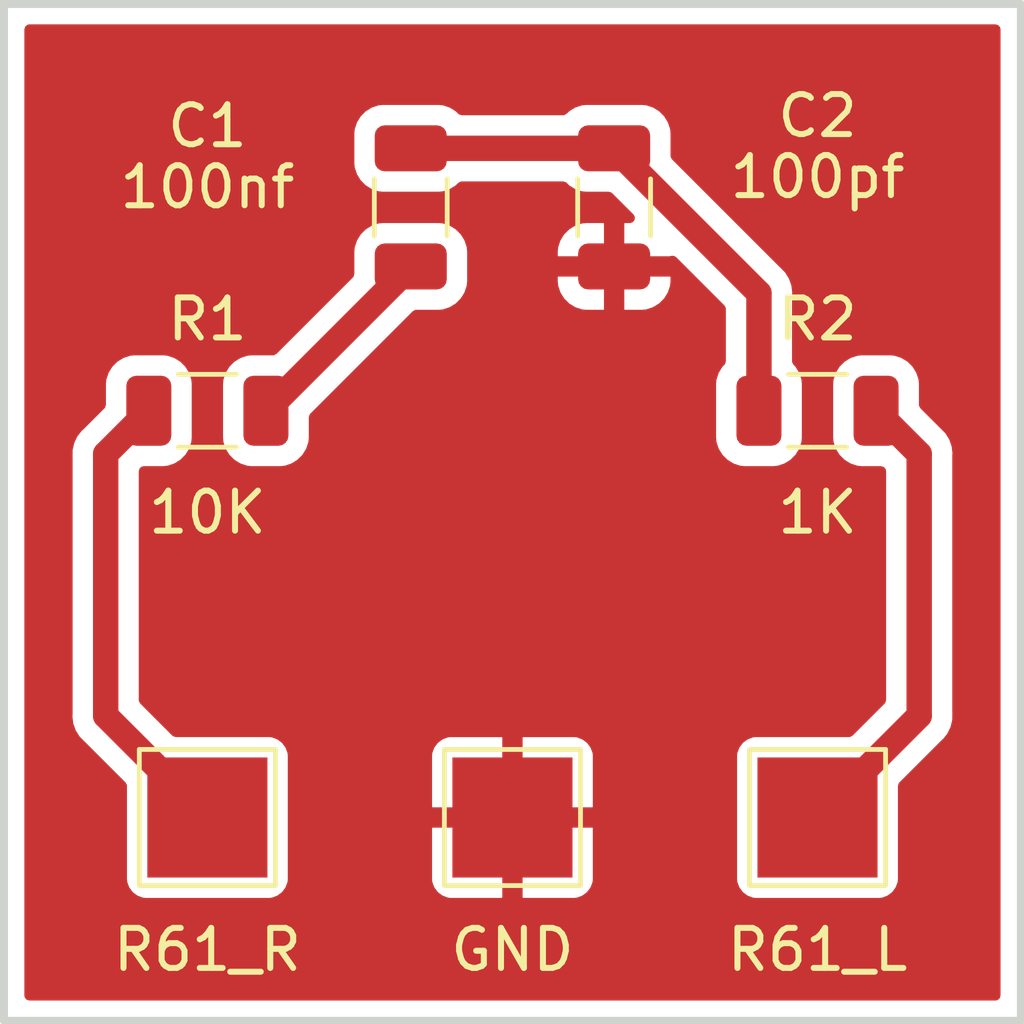
<source format=kicad_pcb>
(kicad_pcb (version 20211014) (generator pcbnew)
  (title_block (title "Model 2 Sega Genesis - KA2195 Composite Video Clock Fix") (date "2022-01-24") (rev "1.0") (company "Clarissa Walker") (comment 1 "crystal oscillator") (comment 2 "Based on Helder's Model 2 Genesis KA2195 Composite Video Clock fix that uses a separate") (comment 3 "Samsung KA2195 video encoders with an incorrect composite video clock") (comment 4 "for Sega Genesis Model 2 consoles with VA0, VA1, VA1.8 revision motherboards that have"))
  (layers (0 "F.Cu" signal) (31 "B.Cu" signal) (34 "B.Paste" user) (35 "F.Paste" user) (36 "B.SilkS" user "B.Silkscreen") (37 "F.SilkS" user "F.Silkscreen") (38 "B.Mask" user) (39 "F.Mask" user) (44 "Edge.Cuts" user))
  (net 0 "")
  (net 1 "R61_R")
  (net 2 "Net-(C1-Pad1)")
  (net 3 "Net-(C1-Pad2)")
  (net 4 "R61_L")
  (net 5 "Earth")
  (footprint "Resistor_SMD:R_1206_3216Metric" (layer "F.Cu") (at 147.066 103.886)
    (fp_text reference "R2" (at 0 -2.286) (layer "F.SilkS"))
    (fp_text value "1K" (at 0 2.54) (layer "F.SilkS"))
    (fp_line (start -0.727064 0.91) (end 0.727064 0.91) (layer "F.SilkS") (width 0.12))
    (fp_line (start -0.727064 -0.91) (end 0.727064 -0.91) (layer "F.SilkS") (width 0.12))
    (pad "1" smd roundrect (at -1.4625 0) (size 1.125 1.75) (layers "F.Cu" "F.Paste" "F.Mask") (roundrect_rratio 0.2222222222) (net 3 "Net-(C1-Pad2)"))
    (pad "2" smd roundrect (at 1.4625 0) (size 1.125 1.75) (layers "F.Cu" "F.Paste" "F.Mask") (roundrect_rratio 0.2222222222) (net 4 "R61_L"))
  )
  (footprint "Capacitor_SMD:C_1206_3216Metric" (layer "F.Cu") (at 141.986 98.806 90)
    (fp_text reference "C2" (at 2.286 5.08 180) (layer "F.SilkS"))
    (fp_text value "100pf" (at 0.762 5.08 180) (layer "F.SilkS"))
    (fp_line (start -0.711252 -0.91) (end 0.711252 -0.91) (layer "F.SilkS") (width 0.12))
    (fp_line (start -0.711252 0.91) (end 0.711252 0.91) (layer "F.SilkS") (width 0.12))
    (pad "1" smd roundrect (at -1.475 0 90) (size 1.15 1.8) (layers "F.Cu" "F.Paste" "F.Mask") (roundrect_rratio 0.2173913043) (net 5 "Earth"))
    (pad "2" smd roundrect (at 1.475 0 90) (size 1.15 1.8) (layers "F.Cu" "F.Paste" "F.Mask") (roundrect_rratio 0.2173913043) (net 3 "Net-(C1-Pad2)"))
  )
  (footprint "TestPoint:TestPoint_Pad_3.0x3.0mm" (layer "F.Cu") (at 147.066 114.046)
    (fp_text reference "#PWR0102")
    (fp_text value "+2V5")
    (fp_text user "R61_L" (at 0 3.302) (layer "F.SilkS"))
    (fp_line (start -1.7 1.7) (end -1.7 -1.7) (layer "F.SilkS") (width 0.12))
    (fp_line (start 1.7 1.7) (end -1.7 1.7) (layer "F.SilkS") (width 0.12))
    (fp_line (start -1.7 -1.7) (end 1.7 -1.7) (layer "F.SilkS") (width 0.12))
    (fp_line (start 1.7 -1.7) (end 1.7 1.7) (layer "F.SilkS") (width 0.12))
    (pad "1" smd rect (at 0 0) (size 3 3) (layers "F.Cu" "F.Paste" "F.Mask") (net 4 "R61_L"))
  )
  (footprint "Resistor_SMD:R_1206_3216Metric" (layer "F.Cu") (at 131.826 103.886)
    (fp_text reference "R1" (at 0 -2.286) (layer "F.SilkS"))
    (fp_text value "10K" (at 0 2.54) (layer "F.SilkS"))
    (fp_line (start -0.727064 -0.91) (end 0.727064 -0.91) (layer "F.SilkS") (width 0.12))
    (fp_line (start -0.727064 0.91) (end 0.727064 0.91) (layer "F.SilkS") (width 0.12))
    (pad "1" smd roundrect (at -1.4625 0) (size 1.125 1.75) (layers "F.Cu" "F.Paste" "F.Mask") (roundrect_rratio 0.2222222222) (net 1 "R61_R"))
    (pad "2" smd roundrect (at 1.4625 0) (size 1.125 1.75) (layers "F.Cu" "F.Paste" "F.Mask") (roundrect_rratio 0.2222222222) (net 2 "Net-(C1-Pad1)"))
  )
  (footprint "Capacitor_SMD:C_1206_3216Metric" (layer "F.Cu") (at 136.906 98.806 90)
    (fp_text reference "C1" (at 2.032 -5.08 180) (layer "F.SilkS"))
    (fp_text value "100nf" (at 0.508 -5.08 180) (layer "F.SilkS"))
    (fp_line (start -0.711252 -0.91) (end 0.711252 -0.91) (layer "F.SilkS") (width 0.12))
    (fp_line (start -0.711252 0.91) (end 0.711252 0.91) (layer "F.SilkS") (width 0.12))
    (pad "1" smd roundrect (at -1.475 0 90) (size 1.15 1.8) (layers "F.Cu" "F.Paste" "F.Mask") (roundrect_rratio 0.2173913043) (net 2 "Net-(C1-Pad1)"))
    (pad "2" smd roundrect (at 1.475 0 90) (size 1.15 1.8) (layers "F.Cu" "F.Paste" "F.Mask") (roundrect_rratio 0.2173913043) (net 3 "Net-(C1-Pad2)"))
  )
  (footprint "TestPoint:TestPoint_Pad_3.0x3.0mm" (layer "F.Cu") (at 139.446 114.046)
    (fp_text reference "GND")
    (fp_text value "Earth")
    (fp_text user "GND" (at 0 3.302) (layer "F.SilkS"))
    (fp_line (start -1.7 -1.7) (end 1.7 -1.7) (layer "F.SilkS") (width 0.12))
    (fp_line (start 1.7 1.7) (end -1.7 1.7) (layer "F.SilkS") (width 0.12))
    (fp_line (start 1.7 -1.7) (end 1.7 1.7) (layer "F.SilkS") (width 0.12))
    (fp_line (start -1.7 1.7) (end -1.7 -1.7) (layer "F.SilkS") (width 0.12))
    (pad "1" smd rect (at 0 0) (size 3 3) (layers "F.Cu" "F.Paste" "F.Mask") (net 5 "Earth"))
  )
  (footprint "TestPoint:TestPoint_Pad_3.0x3.0mm" (layer "F.Cu") (at 131.826 114.046)
    (fp_text reference "#PWR0103")
    (fp_text value "GND")
    (fp_text user "R61_R" (at 0 3.302) (layer "F.SilkS"))
    (fp_line (start 1.7 1.7) (end -1.7 1.7) (layer "F.SilkS") (width 0.12))
    (fp_line (start 1.7 -1.7) (end 1.7 1.7) (layer "F.SilkS") (width 0.12))
    (fp_line (start -1.7 1.7) (end -1.7 -1.7) (layer "F.SilkS") (width 0.12))
    (fp_line (start -1.7 -1.7) (end 1.7 -1.7) (layer "F.SilkS") (width 0.12))
    (pad "1" smd rect (at 0 0) (size 3 3) (layers "F.Cu" "F.Paste" "F.Mask") (net 1 "R61_R"))
  )
  (gr_rect (start 126.746 93.726) (end 152.146 119.126) (layer "Edge.Cuts") (width 0.2) (fill none))
  (segment (start 131.826 114.046) (end 129.286 111.506) (width 0.635) (layer "F.Cu") (net 1))
  (segment (start 129.286 104.9635) (end 130.3635 103.886) (width 0.635) (layer "F.Cu") (net 1))
  (segment (start 129.286 111.506) (end 129.286 104.9635) (width 0.635) (layer "F.Cu") (net 1))
  (segment (start 133.301 103.886) (end 136.906 100.281) (width 0.635) (layer "F.Cu") (net 2))
  (segment (start 133.2885 103.886) (end 133.301 103.886) (width 0.25) (layer "F.Cu") (net 2))
  (segment (start 145.6035 100.9485) (end 145.6035 103.886) (width 0.635) (layer "F.Cu") (net 3))
  (segment (start 141.986 97.331) (end 145.6035 100.9485) (width 0.635) (layer "F.Cu") (net 3))
  (segment (start 136.906 97.331) (end 141.986 97.331) (width 0.635) (layer "F.Cu") (net 3))
  (segment (start 149.606 111.506) (end 149.606 104.9635) (width 0.635) (layer "F.Cu") (net 4))
  (segment (start 149.606 104.9635) (end 148.5285 103.886) (width 0.635) (layer "F.Cu") (net 4))
  (segment (start 147.066 114.046) (end 149.606 111.506) (width 0.635) (layer "F.Cu") (net 4))
  (zone (net 5) (net_name "Earth") (layers F&B.Cu) (name "Zone Pad") (connect_pads (clearance 0.508)) (min_thickness 0.254) (fill yes (thermal_gap 0.508) (thermal_bridge_width 0.508))
    (polygon (pts (xy 152.146 119.126) (xy 126.746 119.126) (xy 126.746 93.726) (xy 152.146 93.726)))
  )
)
</source>
